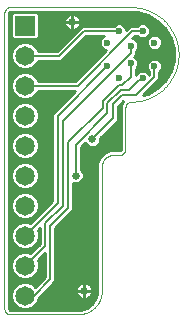
<source format=gtl>
G75*
%MOIN*%
%OFA0B0*%
%FSLAX25Y25*%
%IPPOS*%
%LPD*%
%AMOC8*
5,1,8,0,0,1.08239X$1,22.5*
%
%ADD10C,0.00000*%
%ADD11C,0.02362*%
%ADD12R,0.06500X0.06500*%
%ADD13C,0.06500*%
%ADD14C,0.00787*%
%ADD15C,0.02559*%
%ADD16C,0.01000*%
D10*
X0043854Y0005437D02*
X0043854Y0103862D01*
X0043853Y0103862D02*
X0043855Y0103948D01*
X0043860Y0104034D01*
X0043870Y0104119D01*
X0043883Y0104204D01*
X0043900Y0104288D01*
X0043920Y0104372D01*
X0043944Y0104454D01*
X0043972Y0104535D01*
X0044003Y0104616D01*
X0044037Y0104694D01*
X0044075Y0104771D01*
X0044117Y0104847D01*
X0044161Y0104920D01*
X0044209Y0104991D01*
X0044260Y0105061D01*
X0044314Y0105128D01*
X0044370Y0105192D01*
X0044430Y0105254D01*
X0044492Y0105314D01*
X0044556Y0105370D01*
X0044623Y0105424D01*
X0044693Y0105475D01*
X0044764Y0105523D01*
X0044838Y0105567D01*
X0044913Y0105609D01*
X0044990Y0105647D01*
X0045068Y0105681D01*
X0045149Y0105712D01*
X0045230Y0105740D01*
X0045312Y0105764D01*
X0045396Y0105784D01*
X0045480Y0105801D01*
X0045565Y0105814D01*
X0045650Y0105824D01*
X0045736Y0105829D01*
X0045822Y0105831D01*
X0086176Y0105831D01*
X0101924Y0090083D02*
X0101919Y0089702D01*
X0101906Y0089322D01*
X0101883Y0088942D01*
X0101850Y0088563D01*
X0101809Y0088185D01*
X0101759Y0087808D01*
X0101699Y0087432D01*
X0101631Y0087057D01*
X0101553Y0086685D01*
X0101466Y0086314D01*
X0101371Y0085946D01*
X0101266Y0085580D01*
X0101153Y0085217D01*
X0101031Y0084856D01*
X0100901Y0084499D01*
X0100761Y0084145D01*
X0100614Y0083794D01*
X0100457Y0083447D01*
X0100293Y0083104D01*
X0100120Y0082765D01*
X0099939Y0082430D01*
X0099750Y0082099D01*
X0099553Y0081774D01*
X0099349Y0081453D01*
X0099136Y0081137D01*
X0098916Y0080827D01*
X0098689Y0080521D01*
X0098454Y0080222D01*
X0098212Y0079928D01*
X0097964Y0079640D01*
X0097708Y0079358D01*
X0097445Y0079083D01*
X0097176Y0078814D01*
X0096901Y0078551D01*
X0096619Y0078295D01*
X0096331Y0078047D01*
X0096037Y0077805D01*
X0095738Y0077570D01*
X0095432Y0077343D01*
X0095122Y0077123D01*
X0094806Y0076910D01*
X0094485Y0076706D01*
X0094160Y0076509D01*
X0093829Y0076320D01*
X0093494Y0076139D01*
X0093155Y0075966D01*
X0092812Y0075802D01*
X0092465Y0075645D01*
X0092114Y0075498D01*
X0091760Y0075358D01*
X0091403Y0075228D01*
X0091042Y0075106D01*
X0090679Y0074993D01*
X0090313Y0074888D01*
X0089945Y0074793D01*
X0089574Y0074706D01*
X0089202Y0074628D01*
X0088827Y0074560D01*
X0088451Y0074500D01*
X0088074Y0074450D01*
X0087696Y0074409D01*
X0087317Y0074376D01*
X0086937Y0074353D01*
X0086557Y0074340D01*
X0086176Y0074335D01*
X0086090Y0074333D01*
X0086004Y0074328D01*
X0085919Y0074318D01*
X0085834Y0074305D01*
X0085750Y0074288D01*
X0085666Y0074268D01*
X0085584Y0074244D01*
X0085503Y0074216D01*
X0085422Y0074185D01*
X0085344Y0074151D01*
X0085267Y0074113D01*
X0085192Y0074071D01*
X0085118Y0074027D01*
X0085047Y0073979D01*
X0084977Y0073928D01*
X0084910Y0073874D01*
X0084846Y0073818D01*
X0084784Y0073758D01*
X0084724Y0073696D01*
X0084668Y0073632D01*
X0084614Y0073565D01*
X0084563Y0073495D01*
X0084515Y0073424D01*
X0084471Y0073351D01*
X0084429Y0073275D01*
X0084391Y0073198D01*
X0084357Y0073120D01*
X0084326Y0073039D01*
X0084298Y0072958D01*
X0084274Y0072876D01*
X0084254Y0072792D01*
X0084237Y0072708D01*
X0084224Y0072623D01*
X0084214Y0072538D01*
X0084209Y0072452D01*
X0084207Y0072366D01*
X0084208Y0072366D02*
X0084208Y0058587D01*
X0084206Y0058501D01*
X0084201Y0058415D01*
X0084191Y0058330D01*
X0084178Y0058245D01*
X0084161Y0058161D01*
X0084141Y0058077D01*
X0084117Y0057995D01*
X0084089Y0057914D01*
X0084058Y0057833D01*
X0084024Y0057755D01*
X0083986Y0057678D01*
X0083944Y0057603D01*
X0083900Y0057529D01*
X0083852Y0057458D01*
X0083801Y0057388D01*
X0083747Y0057321D01*
X0083691Y0057257D01*
X0083631Y0057195D01*
X0083569Y0057135D01*
X0083505Y0057079D01*
X0083438Y0057025D01*
X0083368Y0056974D01*
X0083297Y0056926D01*
X0083224Y0056882D01*
X0083148Y0056840D01*
X0083071Y0056802D01*
X0082993Y0056768D01*
X0082912Y0056737D01*
X0082831Y0056709D01*
X0082749Y0056685D01*
X0082665Y0056665D01*
X0082581Y0056648D01*
X0082496Y0056635D01*
X0082411Y0056625D01*
X0082325Y0056620D01*
X0082239Y0056618D01*
X0080271Y0056618D01*
X0080147Y0056616D01*
X0080024Y0056610D01*
X0079900Y0056601D01*
X0079778Y0056587D01*
X0079655Y0056570D01*
X0079533Y0056548D01*
X0079412Y0056523D01*
X0079292Y0056494D01*
X0079173Y0056462D01*
X0079054Y0056425D01*
X0078937Y0056385D01*
X0078822Y0056342D01*
X0078707Y0056294D01*
X0078595Y0056243D01*
X0078484Y0056189D01*
X0078374Y0056131D01*
X0078267Y0056070D01*
X0078161Y0056005D01*
X0078058Y0055937D01*
X0077957Y0055866D01*
X0077858Y0055792D01*
X0077761Y0055715D01*
X0077667Y0055634D01*
X0077576Y0055551D01*
X0077487Y0055465D01*
X0077401Y0055376D01*
X0077318Y0055285D01*
X0077237Y0055191D01*
X0077160Y0055094D01*
X0077086Y0054995D01*
X0077015Y0054894D01*
X0076947Y0054791D01*
X0076882Y0054685D01*
X0076821Y0054578D01*
X0076763Y0054468D01*
X0076709Y0054357D01*
X0076658Y0054245D01*
X0076610Y0054130D01*
X0076567Y0054015D01*
X0076527Y0053898D01*
X0076490Y0053779D01*
X0076458Y0053660D01*
X0076429Y0053540D01*
X0076404Y0053419D01*
X0076382Y0053297D01*
X0076365Y0053174D01*
X0076351Y0053052D01*
X0076342Y0052928D01*
X0076336Y0052805D01*
X0076334Y0052681D01*
X0076334Y0011343D01*
X0076332Y0011153D01*
X0076325Y0010963D01*
X0076313Y0010773D01*
X0076297Y0010583D01*
X0076277Y0010394D01*
X0076251Y0010205D01*
X0076222Y0010017D01*
X0076187Y0009830D01*
X0076148Y0009644D01*
X0076105Y0009459D01*
X0076057Y0009274D01*
X0076005Y0009091D01*
X0075949Y0008910D01*
X0075888Y0008730D01*
X0075822Y0008551D01*
X0075753Y0008374D01*
X0075679Y0008198D01*
X0075601Y0008025D01*
X0075518Y0007853D01*
X0075432Y0007684D01*
X0075342Y0007516D01*
X0075247Y0007351D01*
X0075149Y0007188D01*
X0075046Y0007028D01*
X0074940Y0006870D01*
X0074830Y0006715D01*
X0074717Y0006562D01*
X0074599Y0006412D01*
X0074478Y0006266D01*
X0074354Y0006122D01*
X0074226Y0005981D01*
X0074095Y0005843D01*
X0073960Y0005708D01*
X0073822Y0005577D01*
X0073681Y0005449D01*
X0073537Y0005325D01*
X0073391Y0005204D01*
X0073241Y0005086D01*
X0073088Y0004973D01*
X0072933Y0004863D01*
X0072775Y0004757D01*
X0072615Y0004654D01*
X0072452Y0004556D01*
X0072287Y0004461D01*
X0072119Y0004371D01*
X0071950Y0004285D01*
X0071778Y0004202D01*
X0071605Y0004124D01*
X0071429Y0004050D01*
X0071252Y0003981D01*
X0071073Y0003915D01*
X0070893Y0003854D01*
X0070712Y0003798D01*
X0070529Y0003746D01*
X0070344Y0003698D01*
X0070159Y0003655D01*
X0069973Y0003616D01*
X0069786Y0003581D01*
X0069598Y0003552D01*
X0069409Y0003526D01*
X0069220Y0003506D01*
X0069030Y0003490D01*
X0068840Y0003478D01*
X0068650Y0003471D01*
X0068460Y0003469D01*
X0045822Y0003469D01*
X0045822Y0003468D02*
X0045736Y0003470D01*
X0045650Y0003475D01*
X0045565Y0003485D01*
X0045480Y0003498D01*
X0045396Y0003515D01*
X0045312Y0003535D01*
X0045230Y0003559D01*
X0045149Y0003587D01*
X0045068Y0003618D01*
X0044990Y0003652D01*
X0044913Y0003690D01*
X0044838Y0003732D01*
X0044764Y0003776D01*
X0044693Y0003824D01*
X0044623Y0003875D01*
X0044556Y0003929D01*
X0044492Y0003985D01*
X0044430Y0004045D01*
X0044370Y0004107D01*
X0044314Y0004171D01*
X0044260Y0004238D01*
X0044209Y0004308D01*
X0044161Y0004379D01*
X0044117Y0004453D01*
X0044075Y0004528D01*
X0044037Y0004605D01*
X0044003Y0004683D01*
X0043972Y0004764D01*
X0043944Y0004845D01*
X0043920Y0004927D01*
X0043900Y0005011D01*
X0043883Y0005095D01*
X0043870Y0005180D01*
X0043860Y0005265D01*
X0043855Y0005351D01*
X0043853Y0005437D01*
X0101924Y0090083D02*
X0101919Y0090464D01*
X0101906Y0090844D01*
X0101883Y0091224D01*
X0101850Y0091603D01*
X0101809Y0091981D01*
X0101759Y0092358D01*
X0101699Y0092734D01*
X0101631Y0093109D01*
X0101553Y0093481D01*
X0101466Y0093852D01*
X0101371Y0094220D01*
X0101266Y0094586D01*
X0101153Y0094949D01*
X0101031Y0095310D01*
X0100901Y0095667D01*
X0100761Y0096021D01*
X0100614Y0096372D01*
X0100457Y0096719D01*
X0100293Y0097062D01*
X0100120Y0097401D01*
X0099939Y0097736D01*
X0099750Y0098067D01*
X0099553Y0098392D01*
X0099349Y0098713D01*
X0099136Y0099029D01*
X0098916Y0099339D01*
X0098689Y0099645D01*
X0098454Y0099944D01*
X0098212Y0100238D01*
X0097964Y0100526D01*
X0097708Y0100808D01*
X0097445Y0101083D01*
X0097176Y0101352D01*
X0096901Y0101615D01*
X0096619Y0101871D01*
X0096331Y0102119D01*
X0096037Y0102361D01*
X0095738Y0102596D01*
X0095432Y0102823D01*
X0095122Y0103043D01*
X0094806Y0103256D01*
X0094485Y0103460D01*
X0094160Y0103657D01*
X0093829Y0103846D01*
X0093494Y0104027D01*
X0093155Y0104200D01*
X0092812Y0104364D01*
X0092465Y0104521D01*
X0092114Y0104668D01*
X0091760Y0104808D01*
X0091403Y0104938D01*
X0091042Y0105060D01*
X0090679Y0105173D01*
X0090313Y0105278D01*
X0089945Y0105373D01*
X0089574Y0105460D01*
X0089202Y0105538D01*
X0088827Y0105606D01*
X0088451Y0105666D01*
X0088074Y0105716D01*
X0087696Y0105757D01*
X0087317Y0105790D01*
X0086937Y0105813D01*
X0086557Y0105826D01*
X0086176Y0105831D01*
D11*
X0089917Y0097957D03*
X0093854Y0094020D03*
X0093854Y0086146D03*
X0089917Y0082209D03*
X0085980Y0087130D03*
X0085980Y0093035D03*
X0082043Y0097957D03*
X0078106Y0094020D03*
X0078106Y0086146D03*
X0082043Y0082209D03*
D12*
X0050743Y0099650D03*
D13*
X0050743Y0089650D03*
X0050743Y0079650D03*
X0050743Y0069650D03*
X0050743Y0059650D03*
X0050743Y0049650D03*
X0050743Y0039650D03*
X0050743Y0029650D03*
X0050743Y0019650D03*
X0050743Y0009650D03*
D14*
X0053574Y0009650D01*
X0059204Y0015280D01*
X0059204Y0033055D01*
X0065145Y0038996D01*
X0065145Y0060765D01*
X0076629Y0072249D01*
X0076629Y0074551D01*
X0081925Y0079846D01*
X0083171Y0079846D01*
X0085980Y0082655D01*
X0085980Y0087130D01*
X0085980Y0090621D02*
X0063358Y0067999D01*
X0063358Y0039736D01*
X0057417Y0033795D01*
X0057417Y0026323D01*
X0050743Y0019650D01*
X0050743Y0029650D02*
X0061570Y0040476D01*
X0061570Y0069610D01*
X0078106Y0086146D01*
X0082577Y0078272D02*
X0078204Y0073898D01*
X0078204Y0070496D01*
X0067712Y0060004D01*
X0067712Y0049650D01*
X0073129Y0061930D02*
X0079950Y0068751D01*
X0079950Y0073417D01*
X0083229Y0076697D01*
X0087896Y0076697D01*
X0093854Y0082655D01*
X0093854Y0086146D01*
X0089917Y0082209D02*
X0089129Y0081421D01*
X0088674Y0081421D01*
X0085524Y0078272D01*
X0082577Y0078272D01*
X0085980Y0090621D02*
X0085980Y0093035D01*
X0086565Y0097957D02*
X0068258Y0079650D01*
X0050743Y0079650D01*
X0050743Y0089650D02*
X0062121Y0089650D01*
X0070428Y0097957D01*
X0082043Y0097957D01*
X0086565Y0097957D02*
X0089917Y0097957D01*
D15*
X0066491Y0100909D03*
X0073129Y0061791D03*
X0067712Y0049650D03*
X0070428Y0011343D03*
D16*
X0070428Y0014122D01*
X0070155Y0014122D01*
X0069618Y0014015D01*
X0069112Y0013806D01*
X0068657Y0013502D01*
X0068269Y0013114D01*
X0067965Y0012659D01*
X0067756Y0012153D01*
X0067649Y0011616D01*
X0067649Y0011343D01*
X0070428Y0011343D01*
X0070428Y0011343D01*
X0070428Y0011342D01*
X0070428Y0011342D01*
X0070428Y0008563D01*
X0070155Y0008563D01*
X0069618Y0008670D01*
X0069112Y0008879D01*
X0068657Y0009184D01*
X0068269Y0009571D01*
X0067965Y0010026D01*
X0067756Y0010532D01*
X0067649Y0011069D01*
X0067649Y0011342D01*
X0070428Y0011342D01*
X0070428Y0008563D01*
X0070702Y0008563D01*
X0071239Y0008670D01*
X0071745Y0008879D01*
X0072200Y0009184D01*
X0072587Y0009571D01*
X0072892Y0010026D01*
X0073101Y0010532D01*
X0073208Y0011069D01*
X0073208Y0011342D01*
X0070429Y0011342D01*
X0070429Y0011343D01*
X0073208Y0011343D01*
X0073208Y0011616D01*
X0073101Y0012153D01*
X0072892Y0012659D01*
X0072587Y0013114D01*
X0072200Y0013502D01*
X0071745Y0013806D01*
X0071239Y0014015D01*
X0070702Y0014122D01*
X0070428Y0014122D01*
X0070428Y0011343D01*
X0070428Y0011200D02*
X0070428Y0011200D01*
X0070428Y0010202D02*
X0070428Y0010202D01*
X0070428Y0009203D02*
X0070428Y0009203D01*
X0068637Y0009203D02*
X0055505Y0009203D01*
X0055281Y0008979D02*
X0060885Y0014583D01*
X0060885Y0032358D01*
X0065841Y0037315D01*
X0066826Y0038299D01*
X0066826Y0047238D01*
X0067201Y0047083D01*
X0068222Y0047083D01*
X0069166Y0047473D01*
X0069888Y0048196D01*
X0070279Y0049139D01*
X0070279Y0050160D01*
X0069888Y0051104D01*
X0069393Y0051599D01*
X0069393Y0059308D01*
X0070798Y0060712D01*
X0070953Y0060337D01*
X0071675Y0059615D01*
X0072619Y0059224D01*
X0073640Y0059224D01*
X0074583Y0059615D01*
X0075305Y0060337D01*
X0075696Y0061281D01*
X0075696Y0062120D01*
X0080646Y0067069D01*
X0081631Y0068054D01*
X0081631Y0072721D01*
X0083437Y0074527D01*
X0082724Y0073291D01*
X0082724Y0058587D01*
X0082707Y0058461D01*
X0082582Y0058244D01*
X0082365Y0058119D01*
X0082239Y0058102D01*
X0079193Y0058102D01*
X0077200Y0057277D01*
X0075675Y0055752D01*
X0075675Y0055752D01*
X0074850Y0053759D01*
X0074850Y0011343D01*
X0074771Y0010343D01*
X0074153Y0008442D01*
X0072978Y0006824D01*
X0071361Y0005649D01*
X0069459Y0005031D01*
X0068460Y0004953D01*
X0045822Y0004953D01*
X0045697Y0004969D01*
X0045480Y0005095D01*
X0045354Y0005312D01*
X0045338Y0005437D01*
X0045338Y0103862D01*
X0045354Y0103988D01*
X0045480Y0104205D01*
X0045697Y0104330D01*
X0045822Y0104346D01*
X0086176Y0104346D01*
X0088038Y0104224D01*
X0091635Y0103261D01*
X0094860Y0101399D01*
X0097493Y0098766D01*
X0099354Y0095541D01*
X0100318Y0091944D01*
X0100440Y0090083D01*
X0087661Y0090083D01*
X0087661Y0089925D02*
X0087661Y0091226D01*
X0088072Y0091637D01*
X0088448Y0092544D01*
X0088448Y0093526D01*
X0088072Y0094434D01*
X0087378Y0095128D01*
X0086484Y0095498D01*
X0087261Y0096276D01*
X0088107Y0096276D01*
X0088518Y0095864D01*
X0089426Y0095488D01*
X0090408Y0095488D01*
X0091315Y0095864D01*
X0092009Y0096558D01*
X0092385Y0097466D01*
X0092385Y0098448D01*
X0092009Y0099355D01*
X0091315Y0100049D01*
X0090408Y0100425D01*
X0089426Y0100425D01*
X0088518Y0100049D01*
X0088107Y0099638D01*
X0085868Y0099638D01*
X0084511Y0098280D01*
X0084511Y0098448D01*
X0084135Y0099355D01*
X0083441Y0100049D01*
X0082534Y0100425D01*
X0081552Y0100425D01*
X0080644Y0100049D01*
X0080233Y0099638D01*
X0069732Y0099638D01*
X0068747Y0098653D01*
X0061425Y0091331D01*
X0054958Y0091331D01*
X0054590Y0092220D01*
X0053314Y0093496D01*
X0051646Y0094187D01*
X0049841Y0094187D01*
X0048173Y0093496D01*
X0046897Y0092220D01*
X0046206Y0090552D01*
X0046206Y0088747D01*
X0046897Y0087079D01*
X0048173Y0085803D01*
X0049841Y0085112D01*
X0051646Y0085112D01*
X0053314Y0085803D01*
X0054590Y0087079D01*
X0054958Y0087969D01*
X0062818Y0087969D01*
X0071125Y0096276D01*
X0077101Y0096276D01*
X0076707Y0096112D01*
X0076013Y0095418D01*
X0075637Y0094511D01*
X0075637Y0093529D01*
X0076013Y0092621D01*
X0076707Y0091927D01*
X0077615Y0091551D01*
X0077782Y0091551D01*
X0067561Y0081331D01*
X0054958Y0081331D01*
X0054590Y0082220D01*
X0053314Y0083496D01*
X0051646Y0084187D01*
X0049841Y0084187D01*
X0048173Y0083496D01*
X0046897Y0082220D01*
X0046206Y0080552D01*
X0046206Y0078747D01*
X0046897Y0077079D01*
X0048173Y0075803D01*
X0049841Y0075112D01*
X0051646Y0075112D01*
X0053314Y0075803D01*
X0054590Y0077079D01*
X0054958Y0077969D01*
X0067551Y0077969D01*
X0060874Y0071291D01*
X0059889Y0070307D01*
X0059889Y0041173D01*
X0052535Y0033819D01*
X0051646Y0034187D01*
X0049841Y0034187D01*
X0048173Y0033496D01*
X0046897Y0032220D01*
X0046206Y0030552D01*
X0046206Y0028747D01*
X0046897Y0027079D01*
X0048173Y0025803D01*
X0049841Y0025112D01*
X0051646Y0025112D01*
X0053314Y0025803D01*
X0054590Y0027079D01*
X0055281Y0028747D01*
X0055281Y0030552D01*
X0054912Y0031441D01*
X0055736Y0032264D01*
X0055736Y0027019D01*
X0052535Y0023819D01*
X0051646Y0024187D01*
X0049841Y0024187D01*
X0048173Y0023496D01*
X0046897Y0022220D01*
X0046206Y0020552D01*
X0046206Y0018747D01*
X0046897Y0017079D01*
X0048173Y0015803D01*
X0049841Y0015112D01*
X0051646Y0015112D01*
X0053314Y0015803D01*
X0054590Y0017079D01*
X0055281Y0018747D01*
X0055281Y0020552D01*
X0054912Y0021441D01*
X0057523Y0024052D01*
X0057523Y0015976D01*
X0054178Y0012631D01*
X0053314Y0013496D01*
X0051646Y0014187D01*
X0049841Y0014187D01*
X0048173Y0013496D01*
X0046897Y0012220D01*
X0046206Y0010552D01*
X0046206Y0008747D01*
X0046897Y0007079D01*
X0048173Y0005803D01*
X0049841Y0005112D01*
X0051646Y0005112D01*
X0053314Y0005803D01*
X0054590Y0007079D01*
X0055281Y0008747D01*
X0055281Y0008979D01*
X0055056Y0008205D02*
X0073981Y0008205D01*
X0074401Y0009203D02*
X0072220Y0009203D01*
X0072964Y0010202D02*
X0074725Y0010202D01*
X0074838Y0011200D02*
X0073208Y0011200D01*
X0073082Y0012199D02*
X0074850Y0012199D01*
X0074850Y0013197D02*
X0072504Y0013197D01*
X0070428Y0013197D02*
X0070428Y0013197D01*
X0070428Y0012199D02*
X0070428Y0012199D01*
X0068352Y0013197D02*
X0059499Y0013197D01*
X0058501Y0012199D02*
X0067775Y0012199D01*
X0067649Y0011200D02*
X0057502Y0011200D01*
X0056504Y0010202D02*
X0067892Y0010202D01*
X0070007Y0005209D02*
X0051880Y0005209D01*
X0053718Y0006208D02*
X0072130Y0006208D01*
X0073256Y0007206D02*
X0054643Y0007206D01*
X0049607Y0005209D02*
X0045414Y0005209D01*
X0045338Y0006208D02*
X0047768Y0006208D01*
X0046844Y0007206D02*
X0045338Y0007206D01*
X0045338Y0008205D02*
X0046431Y0008205D01*
X0046206Y0009203D02*
X0045338Y0009203D01*
X0045338Y0010202D02*
X0046206Y0010202D01*
X0046474Y0011200D02*
X0045338Y0011200D01*
X0045338Y0012199D02*
X0046888Y0012199D01*
X0047874Y0013197D02*
X0045338Y0013197D01*
X0045338Y0014196D02*
X0055743Y0014196D01*
X0056741Y0015194D02*
X0051844Y0015194D01*
X0053703Y0016193D02*
X0057523Y0016193D01*
X0057523Y0017191D02*
X0054636Y0017191D01*
X0055050Y0018190D02*
X0057523Y0018190D01*
X0057523Y0019188D02*
X0055281Y0019188D01*
X0055281Y0020187D02*
X0057523Y0020187D01*
X0057523Y0021185D02*
X0055018Y0021185D01*
X0055655Y0022184D02*
X0057523Y0022184D01*
X0057523Y0023182D02*
X0056654Y0023182D01*
X0053896Y0025179D02*
X0051808Y0025179D01*
X0051661Y0024181D02*
X0052897Y0024181D01*
X0053689Y0026178D02*
X0054894Y0026178D01*
X0054630Y0027176D02*
X0055736Y0027176D01*
X0055736Y0028175D02*
X0055044Y0028175D01*
X0055281Y0029173D02*
X0055736Y0029173D01*
X0055736Y0030172D02*
X0055281Y0030172D01*
X0055025Y0031171D02*
X0055736Y0031171D01*
X0055736Y0032169D02*
X0055640Y0032169D01*
X0052882Y0034166D02*
X0051697Y0034166D01*
X0051646Y0035112D02*
X0053314Y0035803D01*
X0054590Y0037079D01*
X0055281Y0038747D01*
X0055281Y0040552D01*
X0054590Y0042220D01*
X0053314Y0043496D01*
X0051646Y0044187D01*
X0049841Y0044187D01*
X0048173Y0043496D01*
X0046897Y0042220D01*
X0046206Y0040552D01*
X0046206Y0038747D01*
X0046897Y0037079D01*
X0048173Y0035803D01*
X0049841Y0035112D01*
X0051646Y0035112D01*
X0051772Y0035165D02*
X0053881Y0035165D01*
X0053674Y0036163D02*
X0054879Y0036163D01*
X0054624Y0037162D02*
X0055878Y0037162D01*
X0055038Y0038160D02*
X0056876Y0038160D01*
X0057875Y0039159D02*
X0055281Y0039159D01*
X0055281Y0040157D02*
X0058873Y0040157D01*
X0059872Y0041156D02*
X0055031Y0041156D01*
X0054617Y0042154D02*
X0059889Y0042154D01*
X0059889Y0043153D02*
X0053657Y0043153D01*
X0051732Y0044151D02*
X0059889Y0044151D01*
X0059889Y0045150D02*
X0051736Y0045150D01*
X0051646Y0045112D02*
X0053314Y0045803D01*
X0054590Y0047079D01*
X0055281Y0048747D01*
X0055281Y0050552D01*
X0054590Y0052220D01*
X0053314Y0053496D01*
X0051646Y0054187D01*
X0049841Y0054187D01*
X0048173Y0053496D01*
X0046897Y0052220D01*
X0046206Y0050552D01*
X0046206Y0048747D01*
X0046897Y0047079D01*
X0048173Y0045803D01*
X0049841Y0045112D01*
X0051646Y0045112D01*
X0053659Y0046148D02*
X0059889Y0046148D01*
X0059889Y0047147D02*
X0054618Y0047147D01*
X0055031Y0048145D02*
X0059889Y0048145D01*
X0059889Y0049144D02*
X0055281Y0049144D01*
X0055281Y0050142D02*
X0059889Y0050142D01*
X0059889Y0051141D02*
X0055037Y0051141D01*
X0054623Y0052139D02*
X0059889Y0052139D01*
X0059889Y0053138D02*
X0053672Y0053138D01*
X0051768Y0054136D02*
X0059889Y0054136D01*
X0059889Y0055135D02*
X0051700Y0055135D01*
X0051646Y0055112D02*
X0053314Y0055803D01*
X0054590Y0057079D01*
X0055281Y0058747D01*
X0055281Y0060552D01*
X0054590Y0062220D01*
X0053314Y0063496D01*
X0051646Y0064187D01*
X0049841Y0064187D01*
X0048173Y0063496D01*
X0046897Y0062220D01*
X0046206Y0060552D01*
X0046206Y0058747D01*
X0046897Y0057079D01*
X0048173Y0055803D01*
X0049841Y0055112D01*
X0051646Y0055112D01*
X0053644Y0056133D02*
X0059889Y0056133D01*
X0059889Y0057132D02*
X0054612Y0057132D01*
X0055025Y0058130D02*
X0059889Y0058130D01*
X0059889Y0059129D02*
X0055281Y0059129D01*
X0055281Y0060127D02*
X0059889Y0060127D01*
X0059889Y0061126D02*
X0055043Y0061126D01*
X0054630Y0062124D02*
X0059889Y0062124D01*
X0059889Y0063123D02*
X0053687Y0063123D01*
X0051804Y0064121D02*
X0059889Y0064121D01*
X0059889Y0065120D02*
X0051664Y0065120D01*
X0051646Y0065112D02*
X0053314Y0065803D01*
X0054590Y0067079D01*
X0055281Y0068747D01*
X0055281Y0070552D01*
X0054590Y0072220D01*
X0053314Y0073496D01*
X0051646Y0074187D01*
X0049841Y0074187D01*
X0048173Y0073496D01*
X0046897Y0072220D01*
X0046206Y0070552D01*
X0046206Y0068747D01*
X0046897Y0067079D01*
X0048173Y0065803D01*
X0049841Y0065112D01*
X0051646Y0065112D01*
X0053629Y0066118D02*
X0059889Y0066118D01*
X0059889Y0067117D02*
X0054606Y0067117D01*
X0055019Y0068115D02*
X0059889Y0068115D01*
X0059889Y0069114D02*
X0055281Y0069114D01*
X0055281Y0070112D02*
X0059889Y0070112D01*
X0060693Y0071111D02*
X0055049Y0071111D01*
X0054636Y0072109D02*
X0061692Y0072109D01*
X0062690Y0073108D02*
X0053702Y0073108D01*
X0051840Y0074106D02*
X0063689Y0074106D01*
X0064687Y0075105D02*
X0045338Y0075105D01*
X0045338Y0074106D02*
X0049646Y0074106D01*
X0047785Y0073108D02*
X0045338Y0073108D01*
X0045338Y0072109D02*
X0046851Y0072109D01*
X0046437Y0071111D02*
X0045338Y0071111D01*
X0045338Y0070112D02*
X0046206Y0070112D01*
X0046206Y0069114D02*
X0045338Y0069114D01*
X0045338Y0068115D02*
X0046468Y0068115D01*
X0046881Y0067117D02*
X0045338Y0067117D01*
X0045338Y0066118D02*
X0047858Y0066118D01*
X0049822Y0065120D02*
X0045338Y0065120D01*
X0045338Y0064121D02*
X0049682Y0064121D01*
X0047800Y0063123D02*
X0045338Y0063123D01*
X0045338Y0062124D02*
X0046857Y0062124D01*
X0046444Y0061126D02*
X0045338Y0061126D01*
X0045338Y0060127D02*
X0046206Y0060127D01*
X0046206Y0059129D02*
X0045338Y0059129D01*
X0045338Y0058130D02*
X0046461Y0058130D01*
X0046875Y0057132D02*
X0045338Y0057132D01*
X0045338Y0056133D02*
X0047843Y0056133D01*
X0049786Y0055135D02*
X0045338Y0055135D01*
X0045338Y0054136D02*
X0049718Y0054136D01*
X0047815Y0053138D02*
X0045338Y0053138D01*
X0045338Y0052139D02*
X0046863Y0052139D01*
X0046450Y0051141D02*
X0045338Y0051141D01*
X0045338Y0050142D02*
X0046206Y0050142D01*
X0046206Y0049144D02*
X0045338Y0049144D01*
X0045338Y0048145D02*
X0046455Y0048145D01*
X0046869Y0047147D02*
X0045338Y0047147D01*
X0045338Y0046148D02*
X0047828Y0046148D01*
X0049750Y0045150D02*
X0045338Y0045150D01*
X0045338Y0044151D02*
X0049754Y0044151D01*
X0047830Y0043153D02*
X0045338Y0043153D01*
X0045338Y0042154D02*
X0046870Y0042154D01*
X0046456Y0041156D02*
X0045338Y0041156D01*
X0045338Y0040157D02*
X0046206Y0040157D01*
X0046206Y0039159D02*
X0045338Y0039159D01*
X0045338Y0038160D02*
X0046449Y0038160D01*
X0046863Y0037162D02*
X0045338Y0037162D01*
X0045338Y0036163D02*
X0047813Y0036163D01*
X0049714Y0035165D02*
X0045338Y0035165D01*
X0045338Y0034166D02*
X0049790Y0034166D01*
X0047844Y0033168D02*
X0045338Y0033168D01*
X0045338Y0032169D02*
X0046876Y0032169D01*
X0046462Y0031171D02*
X0045338Y0031171D01*
X0045338Y0030172D02*
X0046206Y0030172D01*
X0046206Y0029173D02*
X0045338Y0029173D01*
X0045338Y0028175D02*
X0046443Y0028175D01*
X0046857Y0027176D02*
X0045338Y0027176D01*
X0045338Y0026178D02*
X0047798Y0026178D01*
X0049678Y0025179D02*
X0045338Y0025179D01*
X0045338Y0024181D02*
X0049826Y0024181D01*
X0047859Y0023182D02*
X0045338Y0023182D01*
X0045338Y0022184D02*
X0046882Y0022184D01*
X0046468Y0021185D02*
X0045338Y0021185D01*
X0045338Y0020187D02*
X0046206Y0020187D01*
X0046206Y0019188D02*
X0045338Y0019188D01*
X0045338Y0018190D02*
X0046437Y0018190D01*
X0046850Y0017191D02*
X0045338Y0017191D01*
X0045338Y0016193D02*
X0047783Y0016193D01*
X0049643Y0015194D02*
X0045338Y0015194D01*
X0053613Y0013197D02*
X0054744Y0013197D01*
X0060498Y0014196D02*
X0074850Y0014196D01*
X0074850Y0015194D02*
X0060885Y0015194D01*
X0060885Y0016193D02*
X0074850Y0016193D01*
X0074850Y0017191D02*
X0060885Y0017191D01*
X0060885Y0018190D02*
X0074850Y0018190D01*
X0074850Y0019188D02*
X0060885Y0019188D01*
X0060885Y0020187D02*
X0074850Y0020187D01*
X0074850Y0021185D02*
X0060885Y0021185D01*
X0060885Y0022184D02*
X0074850Y0022184D01*
X0074850Y0023182D02*
X0060885Y0023182D01*
X0060885Y0024181D02*
X0074850Y0024181D01*
X0074850Y0025179D02*
X0060885Y0025179D01*
X0060885Y0026178D02*
X0074850Y0026178D01*
X0074850Y0027176D02*
X0060885Y0027176D01*
X0060885Y0028175D02*
X0074850Y0028175D01*
X0074850Y0029173D02*
X0060885Y0029173D01*
X0060885Y0030172D02*
X0074850Y0030172D01*
X0074850Y0031171D02*
X0060885Y0031171D01*
X0060885Y0032169D02*
X0074850Y0032169D01*
X0074850Y0033168D02*
X0061694Y0033168D01*
X0062693Y0034166D02*
X0074850Y0034166D01*
X0074850Y0035165D02*
X0063691Y0035165D01*
X0064690Y0036163D02*
X0074850Y0036163D01*
X0074850Y0037162D02*
X0065688Y0037162D01*
X0066687Y0038160D02*
X0074850Y0038160D01*
X0074850Y0039159D02*
X0066826Y0039159D01*
X0066826Y0040157D02*
X0074850Y0040157D01*
X0074850Y0041156D02*
X0066826Y0041156D01*
X0066826Y0042154D02*
X0074850Y0042154D01*
X0074850Y0043153D02*
X0066826Y0043153D01*
X0066826Y0044151D02*
X0074850Y0044151D01*
X0074850Y0045150D02*
X0066826Y0045150D01*
X0066826Y0046148D02*
X0074850Y0046148D01*
X0074850Y0047147D02*
X0068377Y0047147D01*
X0067047Y0047147D02*
X0066826Y0047147D01*
X0069838Y0048145D02*
X0074850Y0048145D01*
X0074850Y0049144D02*
X0070279Y0049144D01*
X0070279Y0050142D02*
X0074850Y0050142D01*
X0074850Y0051141D02*
X0069851Y0051141D01*
X0069393Y0052139D02*
X0074850Y0052139D01*
X0074850Y0053138D02*
X0069393Y0053138D01*
X0069393Y0054136D02*
X0075006Y0054136D01*
X0075419Y0055135D02*
X0069393Y0055135D01*
X0069393Y0056133D02*
X0076056Y0056133D01*
X0077055Y0057132D02*
X0069393Y0057132D01*
X0069393Y0058130D02*
X0082385Y0058130D01*
X0082724Y0059129D02*
X0069393Y0059129D01*
X0070213Y0060127D02*
X0071163Y0060127D01*
X0073129Y0061791D02*
X0073129Y0061930D01*
X0075701Y0062124D02*
X0082724Y0062124D01*
X0082724Y0061126D02*
X0075632Y0061126D01*
X0075096Y0060127D02*
X0082724Y0060127D01*
X0082724Y0063123D02*
X0076699Y0063123D01*
X0077698Y0064121D02*
X0082724Y0064121D01*
X0082724Y0065120D02*
X0078696Y0065120D01*
X0079695Y0066118D02*
X0082724Y0066118D01*
X0082724Y0067117D02*
X0080693Y0067117D01*
X0081631Y0068115D02*
X0082724Y0068115D01*
X0082724Y0069114D02*
X0081631Y0069114D01*
X0081631Y0070112D02*
X0082724Y0070112D01*
X0082724Y0071111D02*
X0081631Y0071111D01*
X0081631Y0072109D02*
X0082724Y0072109D01*
X0082724Y0073108D02*
X0082018Y0073108D01*
X0083017Y0074106D02*
X0083194Y0074106D01*
X0087661Y0083213D02*
X0087661Y0085320D01*
X0088072Y0085732D01*
X0088448Y0086639D01*
X0088448Y0087621D01*
X0088072Y0088528D01*
X0087378Y0089223D01*
X0087081Y0089345D01*
X0087661Y0089925D01*
X0087516Y0089084D02*
X0100375Y0089084D01*
X0100318Y0088221D02*
X0099354Y0084624D01*
X0097493Y0081399D01*
X0097493Y0081399D01*
X0094860Y0078766D01*
X0091635Y0076905D01*
X0090059Y0076482D01*
X0095535Y0081958D01*
X0095535Y0084336D01*
X0095946Y0084747D01*
X0096322Y0085655D01*
X0096322Y0086637D01*
X0095946Y0087544D01*
X0095252Y0088238D01*
X0094345Y0088614D01*
X0093363Y0088614D01*
X0092455Y0088238D01*
X0091761Y0087544D01*
X0091385Y0086637D01*
X0091385Y0085655D01*
X0091761Y0084747D01*
X0092173Y0084336D01*
X0092173Y0083351D01*
X0092132Y0083311D01*
X0092009Y0083607D01*
X0091315Y0084301D01*
X0090408Y0084677D01*
X0089426Y0084677D01*
X0088518Y0084301D01*
X0087824Y0083607D01*
X0087661Y0083213D01*
X0087661Y0084092D02*
X0088309Y0084092D01*
X0087661Y0085090D02*
X0091619Y0085090D01*
X0091525Y0084092D02*
X0092173Y0084092D01*
X0091385Y0086089D02*
X0088220Y0086089D01*
X0088448Y0087087D02*
X0091572Y0087087D01*
X0092303Y0088086D02*
X0088256Y0088086D01*
X0087661Y0091081D02*
X0100375Y0091081D01*
X0100440Y0090083D02*
X0100440Y0090083D01*
X0100318Y0088221D01*
X0100282Y0088086D02*
X0095405Y0088086D01*
X0096136Y0087087D02*
X0100014Y0087087D01*
X0099747Y0086089D02*
X0096322Y0086089D01*
X0096088Y0085090D02*
X0099479Y0085090D01*
X0099047Y0084092D02*
X0095535Y0084092D01*
X0095535Y0083093D02*
X0098471Y0083093D01*
X0097894Y0082095D02*
X0095535Y0082095D01*
X0094672Y0081096D02*
X0097189Y0081096D01*
X0096191Y0080098D02*
X0093674Y0080098D01*
X0092675Y0079099D02*
X0095192Y0079099D01*
X0093706Y0078101D02*
X0091677Y0078101D01*
X0091977Y0077102D02*
X0090678Y0077102D01*
X0093363Y0091551D02*
X0092455Y0091927D01*
X0091761Y0092621D01*
X0091385Y0093529D01*
X0091385Y0094511D01*
X0091761Y0095418D01*
X0092455Y0096112D01*
X0093363Y0096488D01*
X0094345Y0096488D01*
X0095252Y0096112D01*
X0095946Y0095418D01*
X0096322Y0094511D01*
X0096322Y0093529D01*
X0095946Y0092621D01*
X0095252Y0091927D01*
X0094345Y0091551D01*
X0093363Y0091551D01*
X0092303Y0092080D02*
X0088256Y0092080D01*
X0088448Y0093078D02*
X0091572Y0093078D01*
X0091385Y0094077D02*
X0088220Y0094077D01*
X0087431Y0095075D02*
X0091619Y0095075D01*
X0091525Y0096074D02*
X0092417Y0096074D01*
X0092222Y0097072D02*
X0098470Y0097072D01*
X0097894Y0098071D02*
X0092385Y0098071D01*
X0092128Y0099069D02*
X0097189Y0099069D01*
X0096191Y0100068D02*
X0091270Y0100068D01*
X0088563Y0100068D02*
X0083396Y0100068D01*
X0084254Y0099069D02*
X0085300Y0099069D01*
X0087059Y0096074D02*
X0088309Y0096074D01*
X0091977Y0103063D02*
X0068268Y0103063D01*
X0068263Y0103068D02*
X0067808Y0103373D01*
X0067302Y0103582D01*
X0066765Y0103689D01*
X0066491Y0103689D01*
X0066218Y0103689D01*
X0065681Y0103582D01*
X0065175Y0103373D01*
X0064720Y0103068D01*
X0064332Y0102681D01*
X0064028Y0102226D01*
X0063819Y0101720D01*
X0063712Y0101183D01*
X0063712Y0100909D01*
X0063712Y0100636D01*
X0063819Y0100099D01*
X0064028Y0099593D01*
X0064332Y0099138D01*
X0064720Y0098750D01*
X0065175Y0098446D01*
X0065681Y0098237D01*
X0066218Y0098130D01*
X0066491Y0098130D01*
X0066491Y0100909D01*
X0066491Y0100909D01*
X0063712Y0100909D01*
X0066491Y0100909D01*
X0066491Y0100909D01*
X0066491Y0098130D01*
X0066765Y0098130D01*
X0067302Y0098237D01*
X0067808Y0098446D01*
X0068263Y0098750D01*
X0068650Y0099138D01*
X0068955Y0099593D01*
X0069164Y0100099D01*
X0069271Y0100636D01*
X0069271Y0100909D01*
X0066492Y0100909D01*
X0066492Y0100909D01*
X0069271Y0100909D01*
X0069271Y0101183D01*
X0069164Y0101720D01*
X0068955Y0102226D01*
X0068650Y0102681D01*
X0068263Y0103068D01*
X0069021Y0102065D02*
X0093706Y0102065D01*
X0095192Y0101066D02*
X0069271Y0101066D01*
X0069151Y0100068D02*
X0080689Y0100068D01*
X0076669Y0096074D02*
X0070923Y0096074D01*
X0069924Y0095075D02*
X0075871Y0095075D01*
X0075637Y0094077D02*
X0068926Y0094077D01*
X0067927Y0093078D02*
X0075824Y0093078D01*
X0076555Y0092080D02*
X0066929Y0092080D01*
X0065930Y0091081D02*
X0077312Y0091081D01*
X0076313Y0090083D02*
X0064932Y0090083D01*
X0063933Y0089084D02*
X0075315Y0089084D01*
X0074316Y0088086D02*
X0062935Y0088086D01*
X0062174Y0092080D02*
X0054648Y0092080D01*
X0053732Y0093078D02*
X0063173Y0093078D01*
X0064171Y0094077D02*
X0051912Y0094077D01*
X0049575Y0094077D02*
X0045338Y0094077D01*
X0045338Y0095075D02*
X0065170Y0095075D01*
X0066168Y0096074D02*
X0055281Y0096074D01*
X0055281Y0095866D02*
X0054527Y0095112D01*
X0046960Y0095112D01*
X0046206Y0095866D01*
X0046206Y0103433D01*
X0046960Y0104187D01*
X0054527Y0104187D01*
X0055281Y0103433D01*
X0055281Y0095866D01*
X0055281Y0097072D02*
X0067167Y0097072D01*
X0068165Y0098071D02*
X0055281Y0098071D01*
X0055281Y0099069D02*
X0064401Y0099069D01*
X0063831Y0100068D02*
X0055281Y0100068D01*
X0055281Y0101066D02*
X0063712Y0101066D01*
X0063961Y0102065D02*
X0055281Y0102065D01*
X0055281Y0103063D02*
X0064714Y0103063D01*
X0066491Y0103063D02*
X0066491Y0103063D01*
X0066491Y0103689D02*
X0066491Y0100910D01*
X0066491Y0100910D01*
X0066491Y0103689D01*
X0066491Y0102065D02*
X0066491Y0102065D01*
X0066491Y0101066D02*
X0066491Y0101066D01*
X0066491Y0100068D02*
X0066491Y0100068D01*
X0066491Y0099069D02*
X0066491Y0099069D01*
X0068582Y0099069D02*
X0069164Y0099069D01*
X0073318Y0087087D02*
X0054593Y0087087D01*
X0053599Y0086089D02*
X0072319Y0086089D01*
X0071321Y0085090D02*
X0045338Y0085090D01*
X0045338Y0084092D02*
X0049611Y0084092D01*
X0047770Y0083093D02*
X0045338Y0083093D01*
X0045338Y0082095D02*
X0046845Y0082095D01*
X0046431Y0081096D02*
X0045338Y0081096D01*
X0045338Y0080098D02*
X0046206Y0080098D01*
X0046206Y0079099D02*
X0045338Y0079099D01*
X0045338Y0078101D02*
X0046474Y0078101D01*
X0046887Y0077102D02*
X0045338Y0077102D01*
X0045338Y0076104D02*
X0047873Y0076104D01*
X0053614Y0076104D02*
X0065686Y0076104D01*
X0066685Y0077102D02*
X0054599Y0077102D01*
X0054642Y0082095D02*
X0068325Y0082095D01*
X0069324Y0083093D02*
X0053717Y0083093D01*
X0051876Y0084092D02*
X0070322Y0084092D01*
X0054652Y0104062D02*
X0088645Y0104062D01*
X0095291Y0096074D02*
X0099047Y0096074D01*
X0099479Y0095075D02*
X0096088Y0095075D01*
X0096322Y0094077D02*
X0099747Y0094077D01*
X0100014Y0093078D02*
X0096136Y0093078D01*
X0095405Y0092080D02*
X0100282Y0092080D01*
X0077200Y0057277D02*
X0077200Y0057277D01*
X0047887Y0086089D02*
X0045338Y0086089D01*
X0045338Y0087087D02*
X0046894Y0087087D01*
X0046480Y0088086D02*
X0045338Y0088086D01*
X0045338Y0089084D02*
X0046206Y0089084D01*
X0046206Y0090083D02*
X0045338Y0090083D01*
X0045338Y0091081D02*
X0046425Y0091081D01*
X0046839Y0092080D02*
X0045338Y0092080D01*
X0045338Y0093078D02*
X0047755Y0093078D01*
X0046206Y0096074D02*
X0045338Y0096074D01*
X0045338Y0097072D02*
X0046206Y0097072D01*
X0046206Y0098071D02*
X0045338Y0098071D01*
X0045338Y0099069D02*
X0046206Y0099069D01*
X0046206Y0100068D02*
X0045338Y0100068D01*
X0045338Y0101066D02*
X0046206Y0101066D01*
X0046206Y0102065D02*
X0045338Y0102065D01*
X0045338Y0103063D02*
X0046206Y0103063D01*
X0046835Y0104062D02*
X0045397Y0104062D01*
M02*

</source>
